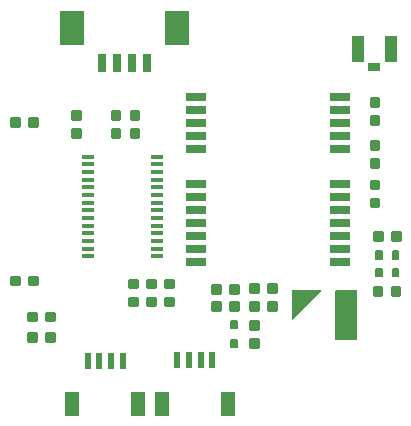
<source format=gbr>
G04 EAGLE Gerber RS-274X export*
G75*
%MOMM*%
%FSLAX34Y34*%
%LPD*%
%INSolderpaste Top*%
%IPPOS*%
%AMOC8*
5,1,8,0,0,1.08239X$1,22.5*%
G01*
%ADD10C,0.222250*%
%ADD11C,0.175000*%
%ADD12R,0.600000X1.350000*%
%ADD13R,1.200000X2.000000*%
%ADD14R,0.990600X0.304800*%
%ADD15R,1.800000X0.800000*%
%ADD16C,0.158750*%
%ADD17R,1.050000X2.200000*%
%ADD18R,1.000000X0.800000*%
%ADD19C,0.500000*%
%ADD20R,0.800000X1.600000*%
%ADD21R,2.100000X3.000000*%

G36*
X308497Y69959D02*
X308497Y69959D01*
X308563Y69961D01*
X308606Y69979D01*
X308653Y69987D01*
X308710Y70021D01*
X308770Y70046D01*
X308805Y70077D01*
X308846Y70102D01*
X308888Y70153D01*
X308936Y70197D01*
X308958Y70239D01*
X308987Y70276D01*
X309008Y70338D01*
X309039Y70397D01*
X309047Y70451D01*
X309059Y70488D01*
X309058Y70528D01*
X309066Y70582D01*
X309066Y111582D01*
X309055Y111647D01*
X309053Y111713D01*
X309035Y111756D01*
X309027Y111803D01*
X308993Y111860D01*
X308968Y111920D01*
X308937Y111955D01*
X308912Y111996D01*
X308861Y112038D01*
X308817Y112086D01*
X308775Y112108D01*
X308738Y112137D01*
X308676Y112158D01*
X308617Y112189D01*
X308563Y112197D01*
X308526Y112209D01*
X308486Y112208D01*
X308432Y112216D01*
X291432Y112216D01*
X291367Y112205D01*
X291301Y112203D01*
X291258Y112185D01*
X291211Y112177D01*
X291154Y112143D01*
X291094Y112118D01*
X291059Y112087D01*
X291018Y112062D01*
X290977Y112011D01*
X290928Y111967D01*
X290906Y111925D01*
X290877Y111888D01*
X290856Y111826D01*
X290825Y111767D01*
X290817Y111713D01*
X290805Y111676D01*
X290806Y111636D01*
X290798Y111582D01*
X290798Y70582D01*
X290809Y70517D01*
X290811Y70451D01*
X290829Y70408D01*
X290837Y70361D01*
X290871Y70304D01*
X290896Y70244D01*
X290927Y70209D01*
X290952Y70168D01*
X291003Y70127D01*
X291047Y70078D01*
X291089Y70056D01*
X291126Y70027D01*
X291188Y70006D01*
X291247Y69975D01*
X291301Y69967D01*
X291338Y69955D01*
X291378Y69956D01*
X291432Y69948D01*
X308432Y69948D01*
X308497Y69959D01*
G37*
G36*
X254539Y86961D02*
X254539Y86961D01*
X254563Y86961D01*
X254645Y86995D01*
X254730Y87022D01*
X254751Y87038D01*
X254770Y87046D01*
X254808Y87080D01*
X254880Y87134D01*
X278880Y111134D01*
X278931Y111207D01*
X278987Y111276D01*
X278995Y111298D01*
X279009Y111318D01*
X279031Y111404D01*
X279059Y111488D01*
X279059Y111512D01*
X279065Y111535D01*
X279055Y111624D01*
X279053Y111713D01*
X279044Y111735D01*
X279041Y111758D01*
X279002Y111838D01*
X278968Y111920D01*
X278952Y111938D01*
X278942Y111959D01*
X278877Y112020D01*
X278817Y112086D01*
X278796Y112097D01*
X278779Y112113D01*
X278697Y112148D01*
X278617Y112189D01*
X278591Y112192D01*
X278572Y112201D01*
X278522Y112203D01*
X278432Y112216D01*
X254432Y112216D01*
X254367Y112205D01*
X254301Y112203D01*
X254258Y112185D01*
X254211Y112177D01*
X254154Y112143D01*
X254094Y112118D01*
X254059Y112087D01*
X254018Y112062D01*
X253977Y112011D01*
X253928Y111967D01*
X253906Y111925D01*
X253877Y111888D01*
X253856Y111826D01*
X253825Y111767D01*
X253817Y111713D01*
X253805Y111676D01*
X253806Y111636D01*
X253798Y111582D01*
X253798Y87582D01*
X253814Y87494D01*
X253823Y87406D01*
X253833Y87385D01*
X253837Y87361D01*
X253883Y87284D01*
X253922Y87205D01*
X253939Y87188D01*
X253952Y87168D01*
X254021Y87112D01*
X254085Y87051D01*
X254107Y87042D01*
X254126Y87027D01*
X254210Y86998D01*
X254292Y86963D01*
X254316Y86962D01*
X254338Y86955D01*
X254427Y86957D01*
X254516Y86953D01*
X254539Y86961D01*
G37*
D10*
X22892Y251428D02*
X16224Y251428D01*
X16224Y258096D01*
X22892Y258096D01*
X22892Y251428D01*
X22892Y253540D02*
X16224Y253540D01*
X16224Y255652D02*
X22892Y255652D01*
X22892Y257764D02*
X16224Y257764D01*
X31464Y251428D02*
X38132Y251428D01*
X31464Y251428D02*
X31464Y258096D01*
X38132Y258096D01*
X38132Y251428D01*
X38132Y253540D02*
X31464Y253540D01*
X31464Y255652D02*
X38132Y255652D01*
X38132Y257764D02*
X31464Y257764D01*
X22892Y117062D02*
X16224Y117062D01*
X16224Y123730D01*
X22892Y123730D01*
X22892Y117062D01*
X22892Y119174D02*
X16224Y119174D01*
X16224Y121286D02*
X22892Y121286D01*
X22892Y123398D02*
X16224Y123398D01*
X31464Y117062D02*
X38132Y117062D01*
X31464Y117062D02*
X31464Y123730D01*
X38132Y123730D01*
X38132Y117062D01*
X38132Y119174D02*
X31464Y119174D01*
X31464Y121286D02*
X38132Y121286D01*
X38132Y123398D02*
X31464Y123398D01*
X233902Y102394D02*
X240570Y102394D01*
X240570Y95726D01*
X233902Y95726D01*
X233902Y102394D01*
X233902Y97838D02*
X240570Y97838D01*
X240570Y99950D02*
X233902Y99950D01*
X233902Y102062D02*
X240570Y102062D01*
X225330Y102394D02*
X218662Y102394D01*
X225330Y102394D02*
X225330Y95726D01*
X218662Y95726D01*
X218662Y102394D01*
X218662Y97838D02*
X225330Y97838D01*
X225330Y99950D02*
X218662Y99950D01*
X218662Y102062D02*
X225330Y102062D01*
X233902Y117380D02*
X240570Y117380D01*
X240570Y110712D01*
X233902Y110712D01*
X233902Y117380D01*
X233902Y112824D02*
X240570Y112824D01*
X240570Y114936D02*
X233902Y114936D01*
X233902Y117048D02*
X240570Y117048D01*
X225330Y117380D02*
X218662Y117380D01*
X225330Y117380D02*
X225330Y110712D01*
X218662Y110712D01*
X218662Y117380D01*
X218662Y112824D02*
X225330Y112824D01*
X225330Y114936D02*
X218662Y114936D01*
X218662Y117048D02*
X225330Y117048D01*
X193072Y95472D02*
X186404Y95472D01*
X186404Y102140D01*
X193072Y102140D01*
X193072Y95472D01*
X193072Y97584D02*
X186404Y97584D01*
X186404Y99696D02*
X193072Y99696D01*
X193072Y101808D02*
X186404Y101808D01*
X201644Y95472D02*
X208312Y95472D01*
X201644Y95472D02*
X201644Y102140D01*
X208312Y102140D01*
X208312Y95472D01*
X208312Y97584D02*
X201644Y97584D01*
X201644Y99696D02*
X208312Y99696D01*
X208312Y101808D02*
X201644Y101808D01*
X193072Y110204D02*
X186404Y110204D01*
X186404Y116872D01*
X193072Y116872D01*
X193072Y110204D01*
X193072Y112316D02*
X186404Y112316D01*
X186404Y114428D02*
X193072Y114428D01*
X193072Y116540D02*
X186404Y116540D01*
X201644Y110204D02*
X208312Y110204D01*
X201644Y110204D02*
X201644Y116872D01*
X208312Y116872D01*
X208312Y110204D01*
X208312Y112316D02*
X201644Y112316D01*
X201644Y114428D02*
X208312Y114428D01*
X208312Y116540D02*
X201644Y116540D01*
X101314Y257524D02*
X101314Y264192D01*
X107982Y264192D01*
X107982Y257524D01*
X101314Y257524D01*
X101314Y259636D02*
X107982Y259636D01*
X107982Y261748D02*
X101314Y261748D01*
X101314Y263860D02*
X107982Y263860D01*
X101314Y248952D02*
X101314Y242284D01*
X101314Y248952D02*
X107982Y248952D01*
X107982Y242284D01*
X101314Y242284D01*
X101314Y244396D02*
X107982Y244396D01*
X107982Y246508D02*
X101314Y246508D01*
X101314Y248620D02*
X107982Y248620D01*
D11*
X202353Y86373D02*
X202353Y80503D01*
X202353Y86373D02*
X207603Y86373D01*
X207603Y80503D01*
X202353Y80503D01*
X202353Y82165D02*
X207603Y82165D01*
X207603Y83827D02*
X202353Y83827D01*
X202353Y85489D02*
X207603Y85489D01*
X202353Y70373D02*
X202353Y64503D01*
X202353Y70373D02*
X207603Y70373D01*
X207603Y64503D01*
X202353Y64503D01*
X202353Y66165D02*
X207603Y66165D01*
X207603Y67827D02*
X202353Y67827D01*
X202353Y69489D02*
X207603Y69489D01*
D12*
X81012Y52578D03*
X91012Y52578D03*
X101012Y52578D03*
X111012Y52578D03*
D13*
X124012Y15828D03*
X68012Y15828D03*
D12*
X156704Y52832D03*
X166704Y52832D03*
X176704Y52832D03*
X186704Y52832D03*
D13*
X199704Y16082D03*
X143704Y16082D03*
D10*
X146272Y114522D02*
X146272Y121190D01*
X152940Y121190D01*
X152940Y114522D01*
X146272Y114522D01*
X146272Y116634D02*
X152940Y116634D01*
X152940Y118746D02*
X146272Y118746D01*
X146272Y120858D02*
X152940Y120858D01*
X146272Y105950D02*
X146272Y99282D01*
X146272Y105950D02*
X152940Y105950D01*
X152940Y99282D01*
X146272Y99282D01*
X146272Y101394D02*
X152940Y101394D01*
X152940Y103506D02*
X146272Y103506D01*
X146272Y105618D02*
X152940Y105618D01*
X123984Y242284D02*
X123984Y248952D01*
X123984Y242284D02*
X117316Y242284D01*
X117316Y248952D01*
X123984Y248952D01*
X123984Y244396D02*
X117316Y244396D01*
X117316Y246508D02*
X123984Y246508D01*
X123984Y248620D02*
X117316Y248620D01*
X123984Y257524D02*
X123984Y264192D01*
X123984Y257524D02*
X117316Y257524D01*
X117316Y264192D01*
X123984Y264192D01*
X123984Y259636D02*
X117316Y259636D01*
X117316Y261748D02*
X123984Y261748D01*
X123984Y263860D02*
X117316Y263860D01*
X74200Y248952D02*
X74200Y242284D01*
X67532Y242284D01*
X67532Y248952D01*
X74200Y248952D01*
X74200Y244396D02*
X67532Y244396D01*
X67532Y246508D02*
X74200Y246508D01*
X74200Y248620D02*
X67532Y248620D01*
X74200Y257524D02*
X74200Y264192D01*
X74200Y257524D02*
X67532Y257524D01*
X67532Y264192D01*
X74200Y264192D01*
X74200Y259636D02*
X67532Y259636D01*
X67532Y261748D02*
X74200Y261748D01*
X74200Y263860D02*
X67532Y263860D01*
X37116Y86582D02*
X30448Y86582D01*
X30448Y93250D01*
X37116Y93250D01*
X37116Y86582D01*
X37116Y88694D02*
X30448Y88694D01*
X30448Y90806D02*
X37116Y90806D01*
X37116Y92918D02*
X30448Y92918D01*
X45688Y86582D02*
X52356Y86582D01*
X45688Y86582D02*
X45688Y93250D01*
X52356Y93250D01*
X52356Y86582D01*
X52356Y88694D02*
X45688Y88694D01*
X45688Y90806D02*
X52356Y90806D01*
X52356Y92918D02*
X45688Y92918D01*
X37116Y69056D02*
X30448Y69056D01*
X30448Y75724D01*
X37116Y75724D01*
X37116Y69056D01*
X37116Y71168D02*
X30448Y71168D01*
X30448Y73280D02*
X37116Y73280D01*
X37116Y75392D02*
X30448Y75392D01*
X45688Y69056D02*
X52356Y69056D01*
X45688Y69056D02*
X45688Y75724D01*
X52356Y75724D01*
X52356Y69056D01*
X52356Y71168D02*
X45688Y71168D01*
X45688Y73280D02*
X52356Y73280D01*
X52356Y75392D02*
X45688Y75392D01*
X225330Y70898D02*
X225330Y64230D01*
X218662Y64230D01*
X218662Y70898D01*
X225330Y70898D01*
X225330Y66342D02*
X218662Y66342D01*
X218662Y68454D02*
X225330Y68454D01*
X225330Y70566D02*
X218662Y70566D01*
X225330Y79470D02*
X225330Y86138D01*
X225330Y79470D02*
X218662Y79470D01*
X218662Y86138D01*
X225330Y86138D01*
X225330Y81582D02*
X218662Y81582D01*
X218662Y83694D02*
X225330Y83694D01*
X225330Y85806D02*
X218662Y85806D01*
X131032Y114522D02*
X131032Y121190D01*
X137700Y121190D01*
X137700Y114522D01*
X131032Y114522D01*
X131032Y116634D02*
X137700Y116634D01*
X137700Y118746D02*
X131032Y118746D01*
X131032Y120858D02*
X137700Y120858D01*
X131032Y105950D02*
X131032Y99282D01*
X131032Y105950D02*
X137700Y105950D01*
X137700Y99282D01*
X131032Y99282D01*
X131032Y101394D02*
X137700Y101394D01*
X137700Y103506D02*
X131032Y103506D01*
X131032Y105618D02*
X137700Y105618D01*
X116046Y114522D02*
X116046Y121190D01*
X122714Y121190D01*
X122714Y114522D01*
X116046Y114522D01*
X116046Y116634D02*
X122714Y116634D01*
X122714Y118746D02*
X116046Y118746D01*
X116046Y120858D02*
X122714Y120858D01*
X116046Y105950D02*
X116046Y99282D01*
X116046Y105950D02*
X122714Y105950D01*
X122714Y99282D01*
X116046Y99282D01*
X116046Y101394D02*
X122714Y101394D01*
X122714Y103506D02*
X116046Y103506D01*
X116046Y105618D02*
X122714Y105618D01*
D14*
X81058Y225384D03*
X81058Y218884D03*
X81058Y212384D03*
X81058Y205884D03*
X81058Y199384D03*
X81058Y192884D03*
X81058Y186384D03*
X81058Y179884D03*
X81058Y173384D03*
X81058Y166884D03*
X81058Y160384D03*
X81058Y153884D03*
X81058Y147384D03*
X81058Y140884D03*
X139414Y140884D03*
X139414Y147384D03*
X139414Y153884D03*
X139414Y160384D03*
X139414Y166884D03*
X139414Y173384D03*
X139414Y179884D03*
X139414Y186384D03*
X139414Y192884D03*
X139414Y199384D03*
X139414Y205884D03*
X139414Y212384D03*
X139414Y218884D03*
X139414Y225384D03*
D15*
X294680Y135740D03*
X294680Y146740D03*
X294680Y157740D03*
X294680Y168740D03*
X294680Y179740D03*
X294680Y190740D03*
X294680Y201740D03*
X294680Y231740D03*
X294680Y242740D03*
X294680Y253740D03*
X294680Y264740D03*
X294680Y275740D03*
X172680Y275740D03*
X172680Y264740D03*
X172680Y253740D03*
X172680Y242740D03*
X172680Y231740D03*
X172680Y201740D03*
X172680Y190740D03*
X172680Y179740D03*
X172680Y168740D03*
X172680Y157740D03*
X172680Y146740D03*
X172680Y135740D03*
D10*
X327184Y183102D02*
X327184Y189770D01*
X327184Y183102D02*
X320516Y183102D01*
X320516Y189770D01*
X327184Y189770D01*
X327184Y185214D02*
X320516Y185214D01*
X320516Y187326D02*
X327184Y187326D01*
X327184Y189438D02*
X320516Y189438D01*
X327184Y198342D02*
X327184Y205010D01*
X327184Y198342D02*
X320516Y198342D01*
X320516Y205010D01*
X327184Y205010D01*
X327184Y200454D02*
X320516Y200454D01*
X320516Y202566D02*
X327184Y202566D01*
X327184Y204678D02*
X320516Y204678D01*
D16*
X339376Y130460D02*
X344138Y130460D01*
X344138Y124048D01*
X339376Y124048D01*
X339376Y130460D01*
X339376Y125557D02*
X344138Y125557D01*
X344138Y127066D02*
X339376Y127066D01*
X339376Y128575D02*
X344138Y128575D01*
X344138Y130084D02*
X339376Y130084D01*
X330168Y130460D02*
X325406Y130460D01*
X330168Y130460D02*
X330168Y124048D01*
X325406Y124048D01*
X325406Y130460D01*
X325406Y125557D02*
X330168Y125557D01*
X330168Y127066D02*
X325406Y127066D01*
X325406Y128575D02*
X330168Y128575D01*
X330168Y130084D02*
X325406Y130084D01*
X339376Y145446D02*
X344138Y145446D01*
X344138Y139034D01*
X339376Y139034D01*
X339376Y145446D01*
X339376Y140543D02*
X344138Y140543D01*
X344138Y142052D02*
X339376Y142052D01*
X339376Y143561D02*
X344138Y143561D01*
X344138Y145070D02*
X339376Y145070D01*
X330168Y145446D02*
X325406Y145446D01*
X330168Y145446D02*
X330168Y139034D01*
X325406Y139034D01*
X325406Y145446D01*
X325406Y140543D02*
X330168Y140543D01*
X330168Y142052D02*
X325406Y142052D01*
X325406Y143561D02*
X330168Y143561D01*
X330168Y145070D02*
X325406Y145070D01*
D10*
X338296Y114840D02*
X344964Y114840D01*
X344964Y108172D01*
X338296Y108172D01*
X338296Y114840D01*
X338296Y110284D02*
X344964Y110284D01*
X344964Y112396D02*
X338296Y112396D01*
X338296Y114508D02*
X344964Y114508D01*
X329724Y114840D02*
X323056Y114840D01*
X329724Y114840D02*
X329724Y108172D01*
X323056Y108172D01*
X323056Y114840D01*
X323056Y110284D02*
X329724Y110284D01*
X329724Y112396D02*
X323056Y112396D01*
X323056Y114508D02*
X329724Y114508D01*
X338550Y161068D02*
X345218Y161068D01*
X345218Y154400D01*
X338550Y154400D01*
X338550Y161068D01*
X338550Y156512D02*
X345218Y156512D01*
X345218Y158624D02*
X338550Y158624D01*
X338550Y160736D02*
X345218Y160736D01*
X329978Y161068D02*
X323310Y161068D01*
X329978Y161068D02*
X329978Y154400D01*
X323310Y154400D01*
X323310Y161068D01*
X323310Y156512D02*
X329978Y156512D01*
X329978Y158624D02*
X323310Y158624D01*
X323310Y160736D02*
X329978Y160736D01*
X327184Y216376D02*
X327184Y223044D01*
X327184Y216376D02*
X320516Y216376D01*
X320516Y223044D01*
X327184Y223044D01*
X327184Y218488D02*
X320516Y218488D01*
X320516Y220600D02*
X327184Y220600D01*
X327184Y222712D02*
X320516Y222712D01*
X327184Y231616D02*
X327184Y238284D01*
X327184Y231616D02*
X320516Y231616D01*
X320516Y238284D01*
X327184Y238284D01*
X327184Y233728D02*
X320516Y233728D01*
X320516Y235840D02*
X327184Y235840D01*
X327184Y237952D02*
X320516Y237952D01*
X327184Y252698D02*
X327184Y259366D01*
X327184Y252698D02*
X320516Y252698D01*
X320516Y259366D01*
X327184Y259366D01*
X327184Y254810D02*
X320516Y254810D01*
X320516Y256922D02*
X327184Y256922D01*
X327184Y259034D02*
X320516Y259034D01*
X327184Y267938D02*
X327184Y274606D01*
X327184Y267938D02*
X320516Y267938D01*
X320516Y274606D01*
X327184Y274606D01*
X327184Y270050D02*
X320516Y270050D01*
X320516Y272162D02*
X327184Y272162D01*
X327184Y274274D02*
X320516Y274274D01*
D17*
X337600Y316230D03*
X310100Y316230D03*
D18*
X323850Y300980D03*
D19*
X260432Y105582D03*
X299432Y90582D03*
D20*
X131064Y304546D03*
X118564Y304546D03*
X106064Y304546D03*
X93564Y304546D03*
D21*
X156564Y334546D03*
X68064Y334546D03*
M02*

</source>
